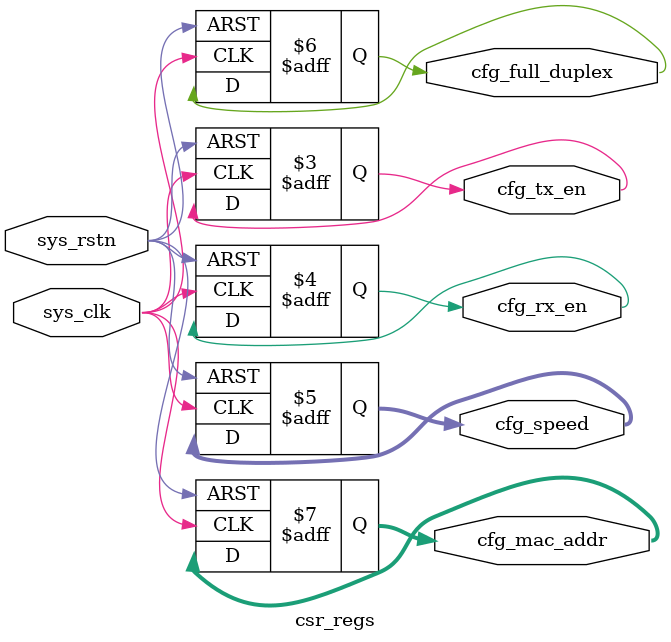
<source format=v>
`default_nettype none

module csr_regs (
    input  wire        sys_clk,
    input  wire        sys_rstn,
    output reg         cfg_tx_en,
    output reg         cfg_rx_en,
    output reg  [1:0]  cfg_speed,
    output reg         cfg_full_duplex,
    output reg  [47:0] cfg_mac_addr
);

    always @(posedge sys_clk or negedge sys_rstn) begin
        if (!sys_rstn) begin
            cfg_tx_en       <= 1'b1;
            cfg_rx_en       <= 1'b1;
            cfg_speed       <= 2'b10;
            cfg_full_duplex <= 1'b1;
            cfg_mac_addr    <= 48'h001122334455;
        end else begin
            cfg_tx_en       <= cfg_tx_en;
            cfg_rx_en       <= cfg_rx_en;
            cfg_speed       <= cfg_speed;
            cfg_full_duplex <= cfg_full_duplex;
            cfg_mac_addr    <= cfg_mac_addr;
        end
    end

endmodule

`default_nettype wire

</source>
